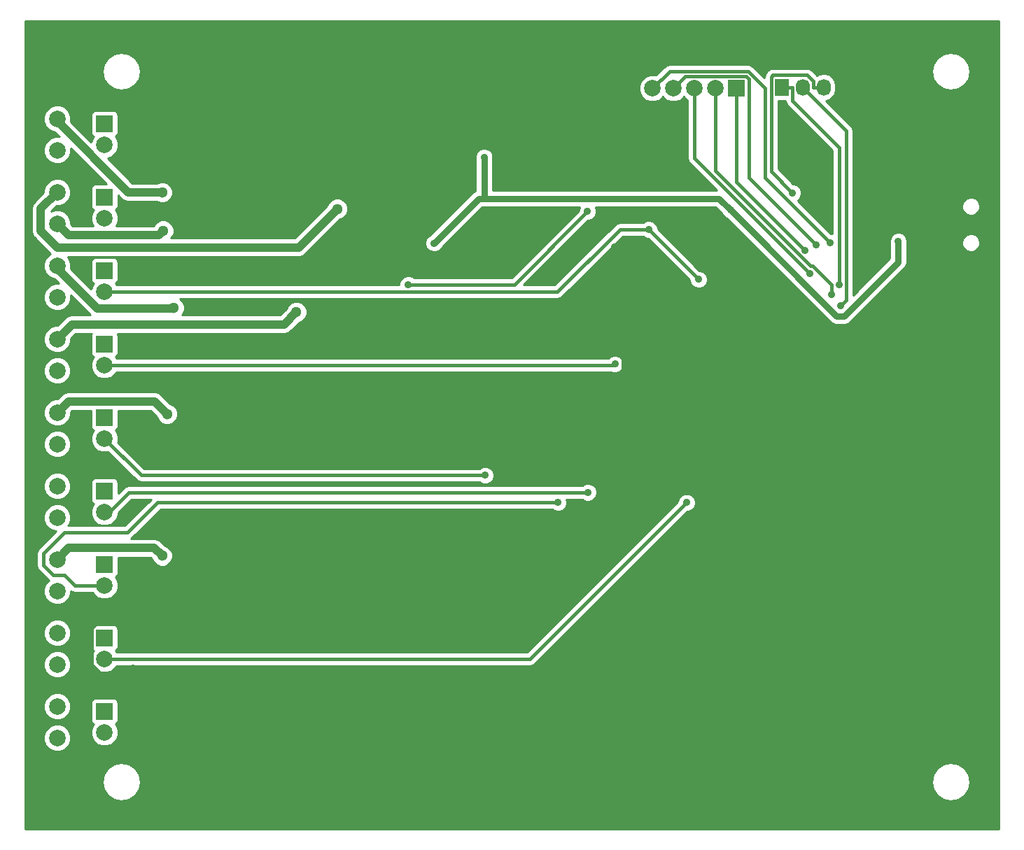
<source format=gbr>
G04 #@! TF.FileFunction,Copper,L2,Bot,Signal*
%FSLAX46Y46*%
G04 Gerber Fmt 4.6, Leading zero omitted, Abs format (unit mm)*
G04 Created by KiCad (PCBNEW 4.0.2-stable) date 26.4.2016 12:05:50*
%MOMM*%
G01*
G04 APERTURE LIST*
%ADD10C,0.100000*%
%ADD11R,2.000000X2.000000*%
%ADD12C,2.000000*%
%ADD13R,1.727200X2.032000*%
%ADD14O,1.727200X2.032000*%
%ADD15C,0.900000*%
%ADD16C,1.300000*%
%ADD17C,0.800000*%
%ADD18C,0.400000*%
%ADD19C,1.000000*%
%ADD20C,0.254000*%
G04 APERTURE END LIST*
D10*
D11*
X136144000Y-64262000D03*
D12*
X131064000Y-64262000D03*
X128524000Y-64262000D03*
X125984000Y-64262000D03*
X53975000Y-76835000D03*
X53975000Y-80645000D03*
X53975000Y-85725000D03*
X53975000Y-89535000D03*
X53975000Y-94615000D03*
X53975000Y-98425000D03*
X53975000Y-103505000D03*
X53975000Y-107315000D03*
X133604000Y-64262000D03*
X53975000Y-121285000D03*
X53975000Y-125095000D03*
X53975000Y-130175000D03*
X53975000Y-133985000D03*
X53975000Y-139065000D03*
X53975000Y-142875000D03*
D13*
X141605000Y-64135000D03*
D14*
X144145000Y-64135000D03*
X146685000Y-64135000D03*
D12*
X53975000Y-67945000D03*
X53975000Y-71755000D03*
X53975000Y-112395000D03*
X53975000Y-116205000D03*
D11*
X59690000Y-68580000D03*
D12*
X59690000Y-71120000D03*
D11*
X59690000Y-77470000D03*
D12*
X59690000Y-80010000D03*
D11*
X59690000Y-86360000D03*
D12*
X59690000Y-88900000D03*
D11*
X59690000Y-95250000D03*
D12*
X59690000Y-97790000D03*
D11*
X59690000Y-104140000D03*
D12*
X59690000Y-106680000D03*
D11*
X59690000Y-113030000D03*
D12*
X59690000Y-115570000D03*
D11*
X59690000Y-121920000D03*
D12*
X59690000Y-124460000D03*
D11*
X59690000Y-130810000D03*
D12*
X59690000Y-133350000D03*
D11*
X59690000Y-139700000D03*
D12*
X59690000Y-142240000D03*
D15*
X114500000Y-91000000D03*
X139500000Y-94000000D03*
X87000000Y-107000000D03*
X70000000Y-108000000D03*
X123000000Y-71000000D03*
X118000000Y-66000000D03*
X113000000Y-71000000D03*
X73500000Y-63500000D03*
X89500000Y-63500000D03*
X105500000Y-63500000D03*
X158000000Y-89000000D03*
X158000000Y-115000000D03*
X158000000Y-136000000D03*
X150500000Y-144000000D03*
X133500000Y-144000000D03*
X142000000Y-135000000D03*
X70000000Y-124000000D03*
X72000000Y-131000000D03*
X99000000Y-120000000D03*
X146000000Y-97000000D03*
X132000000Y-91000000D03*
X126000000Y-108000000D03*
X147000000Y-80000000D03*
X145000000Y-71000000D03*
X76000000Y-148000000D03*
X91000000Y-148000000D03*
X103000000Y-148000000D03*
X115000000Y-143000000D03*
X89000000Y-143000000D03*
X104000000Y-137000000D03*
X125000000Y-135000000D03*
X125000000Y-127000000D03*
X110000000Y-127000000D03*
X63135400Y-134432600D03*
X63135400Y-142118000D03*
X63277600Y-121860800D03*
X121558000Y-95208700D03*
X123300100Y-88066100D03*
X112357200Y-117282700D03*
X126156900Y-115826500D03*
X66806300Y-115991500D03*
X121385100Y-83483500D03*
X96432500Y-88025000D03*
X118115000Y-79174200D03*
X155717600Y-82804000D03*
X99567100Y-83007800D03*
X105610900Y-72591000D03*
X135415400Y-79013600D03*
X125518700Y-81339400D03*
X131572400Y-87393100D03*
X121433300Y-97640400D03*
X142912400Y-76919700D03*
X105724000Y-111101100D03*
X148694600Y-90620200D03*
X118158800Y-113164200D03*
X148565000Y-88067200D03*
X114559300Y-114399600D03*
X130115400Y-114399600D03*
D16*
X66806500Y-81481500D03*
X87838300Y-78866300D03*
X68087000Y-90836000D03*
X82902500Y-91335900D03*
X67275500Y-103692700D03*
X66660200Y-120839700D03*
D15*
X144405900Y-83861600D03*
X147656700Y-89262500D03*
X145046100Y-86702300D03*
X145768300Y-83200100D03*
X147432900Y-82925300D03*
D16*
X66660200Y-76866000D03*
D17*
X121558000Y-95208700D02*
X121558000Y-95058000D01*
X117500000Y-94000000D02*
X114500000Y-91000000D01*
X120500000Y-94000000D02*
X117500000Y-94000000D01*
X121558000Y-95058000D02*
X120500000Y-94000000D01*
X138000000Y-99000000D02*
X138000000Y-95500000D01*
X138000000Y-95500000D02*
X139500000Y-94000000D01*
X87000000Y-107000000D02*
X86000000Y-107000000D01*
X91000000Y-103000000D02*
X87000000Y-107000000D01*
X122583600Y-103000000D02*
X91000000Y-103000000D01*
X85000000Y-108000000D02*
X70000000Y-108000000D01*
X86000000Y-107000000D02*
X85000000Y-108000000D01*
X113000000Y-71000000D02*
X105500000Y-63500000D01*
X123000000Y-71000000D02*
X118000000Y-66000000D01*
X89500000Y-63500000D02*
X73500000Y-63500000D01*
X125000000Y-135000000D02*
X142000000Y-135000000D01*
X158000000Y-136000000D02*
X158000000Y-115000000D01*
X133500000Y-144000000D02*
X150500000Y-144000000D01*
X70000000Y-124000000D02*
X70000000Y-129000000D01*
X68369650Y-122369650D02*
X70000000Y-124000000D01*
X67369650Y-122369650D02*
X68369650Y-122369650D01*
X70000000Y-129000000D02*
X72000000Y-131000000D01*
X99000000Y-117282700D02*
X99000000Y-120000000D01*
X132000000Y-99000000D02*
X138000000Y-99000000D01*
X138000000Y-99000000D02*
X144000000Y-99000000D01*
X144000000Y-99000000D02*
X146000000Y-97000000D01*
X122583600Y-103000000D02*
X128000000Y-103000000D01*
X132000000Y-99000000D02*
X132000000Y-91000000D01*
X128000000Y-103000000D02*
X132000000Y-99000000D01*
X122583600Y-109000000D02*
X125000000Y-109000000D01*
X125000000Y-109000000D02*
X126000000Y-108000000D01*
X103000000Y-117282700D02*
X103000000Y-120000000D01*
D18*
X91000000Y-148000000D02*
X76000000Y-148000000D01*
X110000000Y-148000000D02*
X103000000Y-148000000D01*
X115000000Y-143000000D02*
X110000000Y-148000000D01*
D17*
X98000000Y-143000000D02*
X89000000Y-143000000D01*
X104000000Y-137000000D02*
X98000000Y-143000000D01*
X125000000Y-127000000D02*
X125000000Y-135000000D01*
X103000000Y-120000000D02*
X110000000Y-127000000D01*
X63277600Y-122398600D02*
X63277600Y-121860800D01*
X60749000Y-136819000D02*
X63135400Y-134432600D01*
X63135400Y-139205500D02*
X60749000Y-136819000D01*
X63135400Y-142118000D02*
X63135400Y-139205500D01*
X63277600Y-124229400D02*
X63277600Y-122398600D01*
X57989600Y-129517400D02*
X63277600Y-124229400D01*
X57989600Y-134059700D02*
X57989600Y-129517400D01*
X60749000Y-136819000D02*
X57989600Y-134059700D01*
X121127400Y-117282700D02*
X122583600Y-115826500D01*
X112357200Y-117282700D02*
X121127400Y-117282700D01*
X122583600Y-96234300D02*
X121558000Y-95208700D01*
X122583600Y-115826500D02*
X122583600Y-109000000D01*
X122583600Y-109000000D02*
X122583600Y-103000000D01*
X122583600Y-103000000D02*
X122583600Y-96234300D01*
X122583600Y-115826500D02*
X126156900Y-115826500D01*
X68219000Y-121520300D02*
X68219000Y-117336700D01*
X67340700Y-122398600D02*
X67369650Y-122369650D01*
X67369650Y-122369650D02*
X68219000Y-121520300D01*
X63277600Y-122398600D02*
X67340700Y-122398600D01*
X68273000Y-117282700D02*
X68219000Y-117336700D01*
X112357200Y-117282700D02*
X103000000Y-117282700D01*
X103000000Y-117282700D02*
X99000000Y-117282700D01*
X99000000Y-117282700D02*
X68273000Y-117282700D01*
X68151500Y-117336700D02*
X66806300Y-115991500D01*
X68219000Y-117336700D02*
X68151500Y-117336700D01*
X123300100Y-93466600D02*
X123300100Y-88066100D01*
X121558000Y-95208700D02*
X123300100Y-93466600D01*
X121385100Y-86151100D02*
X121385100Y-83483500D01*
X123300100Y-88066100D02*
X121385100Y-86151100D01*
D18*
X109264200Y-88025000D02*
X96432500Y-88025000D01*
X118115000Y-79174200D02*
X109264200Y-88025000D01*
D17*
X105610900Y-77618600D02*
X105610900Y-72591000D01*
X104956300Y-77618600D02*
X99567100Y-83007800D01*
X105610900Y-77618600D02*
X104956300Y-77618600D01*
X148210600Y-91808800D02*
X135415400Y-79013600D01*
X149197600Y-91808800D02*
X148210600Y-91808800D01*
X155717600Y-85288800D02*
X149197600Y-91808800D01*
X155717600Y-82804000D02*
X155717600Y-85288800D01*
X134020400Y-77618600D02*
X105610900Y-77618600D01*
X135415400Y-79013600D02*
X134020400Y-77618600D01*
D18*
X122036700Y-81339400D02*
X125518700Y-81339400D01*
X114476100Y-88900000D02*
X122036700Y-81339400D01*
X59690000Y-88900000D02*
X114476100Y-88900000D01*
X131572400Y-87393100D02*
X125518700Y-81339400D01*
X121283700Y-97790000D02*
X121433300Y-97640400D01*
X59690000Y-97790000D02*
X121283700Y-97790000D01*
X146685000Y-64135000D02*
X145421100Y-64135000D01*
X145421100Y-63424100D02*
X145421100Y-64135000D01*
X144674100Y-62677100D02*
X145421100Y-63424100D01*
X140559100Y-62677100D02*
X144674100Y-62677100D01*
X140341000Y-62895200D02*
X140559100Y-62677100D01*
X140341000Y-74348300D02*
X140341000Y-62895200D01*
X142912400Y-76919700D02*
X140341000Y-74348300D01*
X64111100Y-111101100D02*
X105724000Y-111101100D01*
X59690000Y-106680000D02*
X64111100Y-111101100D01*
X149415400Y-89899400D02*
X148694600Y-90620200D01*
X149415400Y-69405400D02*
X149415400Y-89899400D01*
X144145000Y-64135000D02*
X149415400Y-69405400D01*
X60241600Y-115570000D02*
X59690000Y-115570000D01*
X62647400Y-113164200D02*
X60241600Y-115570000D01*
X118158800Y-113164200D02*
X62647400Y-113164200D01*
X141605000Y-64135000D02*
X142868900Y-64135000D01*
X148565000Y-71446600D02*
X148565000Y-88067200D01*
X142868900Y-65750500D02*
X148565000Y-71446600D01*
X142868900Y-64135000D02*
X142868900Y-65750500D01*
X66140300Y-114399600D02*
X114559300Y-114399600D01*
X62499400Y-118040500D02*
X66140300Y-114399600D01*
X54813900Y-118040500D02*
X62499400Y-118040500D01*
X52267200Y-120587200D02*
X54813900Y-118040500D01*
X52267200Y-121983300D02*
X52267200Y-120587200D01*
X53473900Y-123190000D02*
X52267200Y-121983300D01*
X54870200Y-123190000D02*
X53473900Y-123190000D01*
X56140200Y-124460000D02*
X54870200Y-123190000D01*
X59690000Y-124460000D02*
X56140200Y-124460000D01*
X111165000Y-133350000D02*
X130115400Y-114399600D01*
X59690000Y-133350000D02*
X111165000Y-133350000D01*
D19*
X66257500Y-82030500D02*
X66806500Y-81481500D01*
X55360500Y-82030500D02*
X66257500Y-82030500D01*
X53975000Y-80645000D02*
X55360500Y-82030500D01*
X83173700Y-83530900D02*
X87838300Y-78866300D01*
X54015900Y-83530900D02*
X83173700Y-83530900D01*
X51966800Y-81481800D02*
X54015900Y-83530900D01*
X51966800Y-78843200D02*
X51966800Y-81481800D01*
X53975000Y-76835000D02*
X51966800Y-78843200D01*
X68016900Y-90906100D02*
X68087000Y-90836000D01*
X58801300Y-90906100D02*
X68016900Y-90906100D01*
X53975000Y-86079800D02*
X58801300Y-90906100D01*
X53975000Y-85725000D02*
X53975000Y-86079800D01*
X81402200Y-92836200D02*
X82902500Y-91335900D01*
X55753800Y-92836200D02*
X81402200Y-92836200D01*
X53975000Y-94615000D02*
X55753800Y-92836200D01*
X65722400Y-102139600D02*
X67275500Y-103692700D01*
X55340400Y-102139600D02*
X65722400Y-102139600D01*
X53975000Y-103505000D02*
X55340400Y-102139600D01*
X65707000Y-119886500D02*
X66660200Y-120839700D01*
X55373500Y-119886500D02*
X65707000Y-119886500D01*
X53975000Y-121285000D02*
X55373500Y-119886500D01*
D18*
X136144000Y-75599700D02*
X144405900Y-83861600D01*
X136144000Y-64262000D02*
X136144000Y-75599700D01*
X133604000Y-74274700D02*
X133604000Y-64262000D01*
X145078700Y-85749400D02*
X133604000Y-74274700D01*
X145366200Y-85749400D02*
X145078700Y-85749400D01*
X147656700Y-88039900D02*
X145366200Y-85749400D01*
X147656700Y-89262500D02*
X147656700Y-88039900D01*
X131064000Y-72720200D02*
X131064000Y-64262000D01*
X145046100Y-86702300D02*
X131064000Y-72720200D01*
X137645900Y-75077700D02*
X145768300Y-83200100D01*
X137645900Y-63163500D02*
X137645900Y-75077700D01*
X137294400Y-62812000D02*
X137645900Y-63163500D01*
X129974000Y-62812000D02*
X137294400Y-62812000D01*
X128524000Y-64262000D02*
X129974000Y-62812000D01*
X128034400Y-62211600D02*
X125984000Y-64262000D01*
X137543100Y-62211600D02*
X128034400Y-62211600D01*
X139597500Y-64266000D02*
X137543100Y-62211600D01*
X139597500Y-75089900D02*
X139597500Y-64266000D01*
X147432900Y-82925300D02*
X139597500Y-75089900D01*
D19*
X62581300Y-76866000D02*
X66660200Y-76866000D01*
X53975000Y-68259700D02*
X62581300Y-76866000D01*
X53975000Y-67945000D02*
X53975000Y-68259700D01*
D20*
G36*
X167873000Y-153873000D02*
X50127000Y-153873000D01*
X50127000Y-148201000D01*
X59412000Y-148201000D01*
X59587838Y-149084999D01*
X60088583Y-149834417D01*
X60838001Y-150335162D01*
X61722000Y-150511000D01*
X62605999Y-150335162D01*
X63355417Y-149834417D01*
X63856162Y-149084999D01*
X64032000Y-148201000D01*
X159742000Y-148201000D01*
X159917838Y-149084999D01*
X160418583Y-149834417D01*
X161168001Y-150335162D01*
X162052000Y-150511000D01*
X162935999Y-150335162D01*
X163685417Y-149834417D01*
X164186162Y-149084999D01*
X164362000Y-148201000D01*
X164186162Y-147317001D01*
X163685417Y-146567583D01*
X162935999Y-146066838D01*
X162052000Y-145891000D01*
X161168001Y-146066838D01*
X160418583Y-146567583D01*
X159917838Y-147317001D01*
X159742000Y-148201000D01*
X64032000Y-148201000D01*
X63856162Y-147317001D01*
X63355417Y-146567583D01*
X62605999Y-146066838D01*
X61722000Y-145891000D01*
X60838001Y-146066838D01*
X60088583Y-146567583D01*
X59587838Y-147317001D01*
X59412000Y-148201000D01*
X50127000Y-148201000D01*
X50127000Y-143198795D01*
X52339716Y-143198795D01*
X52588106Y-143799943D01*
X53047637Y-144260278D01*
X53648352Y-144509716D01*
X54298795Y-144510284D01*
X54899943Y-144261894D01*
X55360278Y-143802363D01*
X55609716Y-143201648D01*
X55610284Y-142551205D01*
X55361894Y-141950057D01*
X54902363Y-141489722D01*
X54301648Y-141240284D01*
X53651205Y-141239716D01*
X53050057Y-141488106D01*
X52589722Y-141947637D01*
X52340284Y-142548352D01*
X52339716Y-143198795D01*
X50127000Y-143198795D01*
X50127000Y-139388795D01*
X52339716Y-139388795D01*
X52588106Y-139989943D01*
X53047637Y-140450278D01*
X53648352Y-140699716D01*
X54298795Y-140700284D01*
X54899943Y-140451894D01*
X55360278Y-139992363D01*
X55609716Y-139391648D01*
X55610284Y-138741205D01*
X55593259Y-138700000D01*
X58042560Y-138700000D01*
X58042560Y-140700000D01*
X58086838Y-140935317D01*
X58225910Y-141151441D01*
X58368561Y-141248910D01*
X58304722Y-141312637D01*
X58055284Y-141913352D01*
X58054716Y-142563795D01*
X58303106Y-143164943D01*
X58762637Y-143625278D01*
X59363352Y-143874716D01*
X60013795Y-143875284D01*
X60614943Y-143626894D01*
X61075278Y-143167363D01*
X61324716Y-142566648D01*
X61325284Y-141916205D01*
X61076894Y-141315057D01*
X61010379Y-141248426D01*
X61141441Y-141164090D01*
X61286431Y-140951890D01*
X61337440Y-140700000D01*
X61337440Y-138700000D01*
X61293162Y-138464683D01*
X61154090Y-138248559D01*
X60941890Y-138103569D01*
X60690000Y-138052560D01*
X58690000Y-138052560D01*
X58454683Y-138096838D01*
X58238559Y-138235910D01*
X58093569Y-138448110D01*
X58042560Y-138700000D01*
X55593259Y-138700000D01*
X55361894Y-138140057D01*
X54902363Y-137679722D01*
X54301648Y-137430284D01*
X53651205Y-137429716D01*
X53050057Y-137678106D01*
X52589722Y-138137637D01*
X52340284Y-138738352D01*
X52339716Y-139388795D01*
X50127000Y-139388795D01*
X50127000Y-134308795D01*
X52339716Y-134308795D01*
X52588106Y-134909943D01*
X53047637Y-135370278D01*
X53648352Y-135619716D01*
X54298795Y-135620284D01*
X54899943Y-135371894D01*
X55360278Y-134912363D01*
X55609716Y-134311648D01*
X55610284Y-133661205D01*
X55361894Y-133060057D01*
X54902363Y-132599722D01*
X54301648Y-132350284D01*
X53651205Y-132349716D01*
X53050057Y-132598106D01*
X52589722Y-133057637D01*
X52340284Y-133658352D01*
X52339716Y-134308795D01*
X50127000Y-134308795D01*
X50127000Y-130498795D01*
X52339716Y-130498795D01*
X52588106Y-131099943D01*
X53047637Y-131560278D01*
X53648352Y-131809716D01*
X54298795Y-131810284D01*
X54899943Y-131561894D01*
X55360278Y-131102363D01*
X55609716Y-130501648D01*
X55610284Y-129851205D01*
X55593259Y-129810000D01*
X58042560Y-129810000D01*
X58042560Y-131810000D01*
X58086838Y-132045317D01*
X58225910Y-132261441D01*
X58368561Y-132358910D01*
X58304722Y-132422637D01*
X58055284Y-133023352D01*
X58054716Y-133673795D01*
X58303106Y-134274943D01*
X58762637Y-134735278D01*
X59363352Y-134984716D01*
X60013795Y-134985284D01*
X60614943Y-134736894D01*
X61075278Y-134277363D01*
X61113630Y-134185000D01*
X111165000Y-134185000D01*
X111484541Y-134121439D01*
X111755434Y-133940434D01*
X130211184Y-115484684D01*
X130330273Y-115484788D01*
X130729200Y-115319954D01*
X131034682Y-115015005D01*
X131200211Y-114616367D01*
X131200588Y-114184727D01*
X131035754Y-113785800D01*
X130730805Y-113480318D01*
X130332167Y-113314789D01*
X129900527Y-113314412D01*
X129501600Y-113479246D01*
X129196118Y-113784195D01*
X129030589Y-114182833D01*
X129030483Y-114303649D01*
X110819132Y-132515000D01*
X61114058Y-132515000D01*
X61076894Y-132425057D01*
X61010379Y-132358426D01*
X61141441Y-132274090D01*
X61286431Y-132061890D01*
X61337440Y-131810000D01*
X61337440Y-129810000D01*
X61293162Y-129574683D01*
X61154090Y-129358559D01*
X60941890Y-129213569D01*
X60690000Y-129162560D01*
X58690000Y-129162560D01*
X58454683Y-129206838D01*
X58238559Y-129345910D01*
X58093569Y-129558110D01*
X58042560Y-129810000D01*
X55593259Y-129810000D01*
X55361894Y-129250057D01*
X54902363Y-128789722D01*
X54301648Y-128540284D01*
X53651205Y-128539716D01*
X53050057Y-128788106D01*
X52589722Y-129247637D01*
X52340284Y-129848352D01*
X52339716Y-130498795D01*
X50127000Y-130498795D01*
X50127000Y-120587200D01*
X51432200Y-120587200D01*
X51432200Y-121983300D01*
X51495761Y-122302841D01*
X51676766Y-122573734D01*
X52883466Y-123780435D01*
X52939857Y-123818114D01*
X52589722Y-124167637D01*
X52340284Y-124768352D01*
X52339716Y-125418795D01*
X52588106Y-126019943D01*
X53047637Y-126480278D01*
X53648352Y-126729716D01*
X54298795Y-126730284D01*
X54899943Y-126481894D01*
X55360278Y-126022363D01*
X55609716Y-125421648D01*
X55610005Y-125090684D01*
X55820659Y-125231439D01*
X56140200Y-125295000D01*
X58265942Y-125295000D01*
X58303106Y-125384943D01*
X58762637Y-125845278D01*
X59363352Y-126094716D01*
X60013795Y-126095284D01*
X60614943Y-125846894D01*
X61075278Y-125387363D01*
X61324716Y-124786648D01*
X61325284Y-124136205D01*
X61076894Y-123535057D01*
X61010379Y-123468426D01*
X61141441Y-123384090D01*
X61286431Y-123171890D01*
X61337440Y-122920000D01*
X61337440Y-121021500D01*
X65236868Y-121021500D01*
X65421047Y-121205679D01*
X65570195Y-121566643D01*
X65931355Y-121928435D01*
X66403476Y-122124477D01*
X66914681Y-122124923D01*
X67387143Y-121929705D01*
X67748935Y-121568545D01*
X67944977Y-121096424D01*
X67945423Y-120585219D01*
X67750205Y-120112757D01*
X67389045Y-119750965D01*
X67025739Y-119600107D01*
X66509566Y-119083934D01*
X66141346Y-118837897D01*
X65707000Y-118751500D01*
X62909394Y-118751500D01*
X63089834Y-118630934D01*
X66486168Y-115234600D01*
X113859760Y-115234600D01*
X113943895Y-115318882D01*
X114342533Y-115484411D01*
X114774173Y-115484788D01*
X115173100Y-115319954D01*
X115478582Y-115015005D01*
X115644111Y-114616367D01*
X115644488Y-114184727D01*
X115567829Y-113999200D01*
X117459260Y-113999200D01*
X117543395Y-114083482D01*
X117942033Y-114249011D01*
X118373673Y-114249388D01*
X118772600Y-114084554D01*
X119078082Y-113779605D01*
X119243611Y-113380967D01*
X119243988Y-112949327D01*
X119079154Y-112550400D01*
X118774205Y-112244918D01*
X118375567Y-112079389D01*
X117943927Y-112079012D01*
X117545000Y-112243846D01*
X117459497Y-112329200D01*
X62647400Y-112329200D01*
X62327859Y-112392761D01*
X62094338Y-112548795D01*
X62056966Y-112573766D01*
X61337440Y-113293292D01*
X61337440Y-112030000D01*
X61293162Y-111794683D01*
X61154090Y-111578559D01*
X60941890Y-111433569D01*
X60690000Y-111382560D01*
X58690000Y-111382560D01*
X58454683Y-111426838D01*
X58238559Y-111565910D01*
X58093569Y-111778110D01*
X58042560Y-112030000D01*
X58042560Y-114030000D01*
X58086838Y-114265317D01*
X58225910Y-114481441D01*
X58368561Y-114578910D01*
X58304722Y-114642637D01*
X58055284Y-115243352D01*
X58054716Y-115893795D01*
X58303106Y-116494943D01*
X58762637Y-116955278D01*
X59363352Y-117204716D01*
X60013795Y-117205284D01*
X60614943Y-116956894D01*
X61075278Y-116497363D01*
X61324716Y-115896648D01*
X61324916Y-115667552D01*
X62993268Y-113999200D01*
X65359832Y-113999200D01*
X62153532Y-117205500D01*
X55287013Y-117205500D01*
X55360278Y-117132363D01*
X55609716Y-116531648D01*
X55610284Y-115881205D01*
X55361894Y-115280057D01*
X54902363Y-114819722D01*
X54301648Y-114570284D01*
X53651205Y-114569716D01*
X53050057Y-114818106D01*
X52589722Y-115277637D01*
X52340284Y-115878352D01*
X52339716Y-116528795D01*
X52588106Y-117129943D01*
X53047637Y-117590278D01*
X53648352Y-117839716D01*
X53833654Y-117839878D01*
X51676766Y-119996766D01*
X51495761Y-120267659D01*
X51432200Y-120587200D01*
X50127000Y-120587200D01*
X50127000Y-112718795D01*
X52339716Y-112718795D01*
X52588106Y-113319943D01*
X53047637Y-113780278D01*
X53648352Y-114029716D01*
X54298795Y-114030284D01*
X54899943Y-113781894D01*
X55360278Y-113322363D01*
X55609716Y-112721648D01*
X55610284Y-112071205D01*
X55361894Y-111470057D01*
X54902363Y-111009722D01*
X54301648Y-110760284D01*
X53651205Y-110759716D01*
X53050057Y-111008106D01*
X52589722Y-111467637D01*
X52340284Y-112068352D01*
X52339716Y-112718795D01*
X50127000Y-112718795D01*
X50127000Y-107638795D01*
X52339716Y-107638795D01*
X52588106Y-108239943D01*
X53047637Y-108700278D01*
X53648352Y-108949716D01*
X54298795Y-108950284D01*
X54899943Y-108701894D01*
X55360278Y-108242363D01*
X55609716Y-107641648D01*
X55610284Y-106991205D01*
X55361894Y-106390057D01*
X54902363Y-105929722D01*
X54301648Y-105680284D01*
X53651205Y-105679716D01*
X53050057Y-105928106D01*
X52589722Y-106387637D01*
X52340284Y-106988352D01*
X52339716Y-107638795D01*
X50127000Y-107638795D01*
X50127000Y-103828795D01*
X52339716Y-103828795D01*
X52588106Y-104429943D01*
X53047637Y-104890278D01*
X53648352Y-105139716D01*
X54298795Y-105140284D01*
X54899943Y-104891894D01*
X55360278Y-104432363D01*
X55609716Y-103831648D01*
X55610027Y-103475105D01*
X55810532Y-103274600D01*
X58042560Y-103274600D01*
X58042560Y-105140000D01*
X58086838Y-105375317D01*
X58225910Y-105591441D01*
X58368561Y-105688910D01*
X58304722Y-105752637D01*
X58055284Y-106353352D01*
X58054716Y-107003795D01*
X58303106Y-107604943D01*
X58762637Y-108065278D01*
X59363352Y-108314716D01*
X60013795Y-108315284D01*
X60106225Y-108277093D01*
X63520666Y-111691534D01*
X63791560Y-111872540D01*
X64111100Y-111936100D01*
X105024460Y-111936100D01*
X105108595Y-112020382D01*
X105507233Y-112185911D01*
X105938873Y-112186288D01*
X106337800Y-112021454D01*
X106643282Y-111716505D01*
X106808811Y-111317867D01*
X106809188Y-110886227D01*
X106644354Y-110487300D01*
X106339405Y-110181818D01*
X105940767Y-110016289D01*
X105509127Y-110015912D01*
X105110200Y-110180746D01*
X105024697Y-110266100D01*
X64456968Y-110266100D01*
X61287395Y-107096527D01*
X61324716Y-107006648D01*
X61325284Y-106356205D01*
X61076894Y-105755057D01*
X61010379Y-105688426D01*
X61141441Y-105604090D01*
X61286431Y-105391890D01*
X61337440Y-105140000D01*
X61337440Y-103274600D01*
X65252268Y-103274600D01*
X66036347Y-104058679D01*
X66185495Y-104419643D01*
X66546655Y-104781435D01*
X67018776Y-104977477D01*
X67529981Y-104977923D01*
X68002443Y-104782705D01*
X68364235Y-104421545D01*
X68560277Y-103949424D01*
X68560723Y-103438219D01*
X68365505Y-102965757D01*
X68004345Y-102603965D01*
X67641039Y-102453107D01*
X66524966Y-101337034D01*
X66156746Y-101090997D01*
X65722400Y-101004600D01*
X55340400Y-101004600D01*
X54906054Y-101090997D01*
X54537834Y-101337034D01*
X54004843Y-101870025D01*
X53651205Y-101869716D01*
X53050057Y-102118106D01*
X52589722Y-102577637D01*
X52340284Y-103178352D01*
X52339716Y-103828795D01*
X50127000Y-103828795D01*
X50127000Y-98748795D01*
X52339716Y-98748795D01*
X52588106Y-99349943D01*
X53047637Y-99810278D01*
X53648352Y-100059716D01*
X54298795Y-100060284D01*
X54899943Y-99811894D01*
X55360278Y-99352363D01*
X55609716Y-98751648D01*
X55610284Y-98101205D01*
X55361894Y-97500057D01*
X54902363Y-97039722D01*
X54301648Y-96790284D01*
X53651205Y-96789716D01*
X53050057Y-97038106D01*
X52589722Y-97497637D01*
X52340284Y-98098352D01*
X52339716Y-98748795D01*
X50127000Y-98748795D01*
X50127000Y-78843200D01*
X50831800Y-78843200D01*
X50831800Y-81481800D01*
X50918197Y-81916146D01*
X51147789Y-82259754D01*
X51164234Y-82284366D01*
X53168878Y-84289010D01*
X53050057Y-84338106D01*
X52589722Y-84797637D01*
X52340284Y-85398352D01*
X52339716Y-86048795D01*
X52588106Y-86649943D01*
X53047637Y-87110278D01*
X53648352Y-87359716D01*
X53649785Y-87359717D01*
X54190255Y-87900187D01*
X53651205Y-87899716D01*
X53050057Y-88148106D01*
X52589722Y-88607637D01*
X52340284Y-89208352D01*
X52339716Y-89858795D01*
X52588106Y-90459943D01*
X53047637Y-90920278D01*
X53648352Y-91169716D01*
X54298795Y-91170284D01*
X54899943Y-90921894D01*
X55360278Y-90462363D01*
X55609716Y-89861648D01*
X55610189Y-89320121D01*
X57991268Y-91701200D01*
X55753800Y-91701200D01*
X55319454Y-91787597D01*
X54951234Y-92033634D01*
X54004843Y-92980025D01*
X53651205Y-92979716D01*
X53050057Y-93228106D01*
X52589722Y-93687637D01*
X52340284Y-94288352D01*
X52339716Y-94938795D01*
X52588106Y-95539943D01*
X53047637Y-96000278D01*
X53648352Y-96249716D01*
X54298795Y-96250284D01*
X54899943Y-96001894D01*
X55360278Y-95542363D01*
X55609716Y-94941648D01*
X55610027Y-94585105D01*
X56223932Y-93971200D01*
X58111956Y-93971200D01*
X58093569Y-93998110D01*
X58042560Y-94250000D01*
X58042560Y-96250000D01*
X58086838Y-96485317D01*
X58225910Y-96701441D01*
X58368561Y-96798910D01*
X58304722Y-96862637D01*
X58055284Y-97463352D01*
X58054716Y-98113795D01*
X58303106Y-98714943D01*
X58762637Y-99175278D01*
X59363352Y-99424716D01*
X60013795Y-99425284D01*
X60614943Y-99176894D01*
X61075278Y-98717363D01*
X61113630Y-98625000D01*
X120975198Y-98625000D01*
X121216533Y-98725211D01*
X121648173Y-98725588D01*
X122047100Y-98560754D01*
X122352582Y-98255805D01*
X122518111Y-97857167D01*
X122518488Y-97425527D01*
X122353654Y-97026600D01*
X122048705Y-96721118D01*
X121650067Y-96555589D01*
X121218427Y-96555212D01*
X120819500Y-96720046D01*
X120584135Y-96955000D01*
X61114058Y-96955000D01*
X61076894Y-96865057D01*
X61010379Y-96798426D01*
X61141441Y-96714090D01*
X61286431Y-96501890D01*
X61337440Y-96250000D01*
X61337440Y-94250000D01*
X61293162Y-94014683D01*
X61265181Y-93971200D01*
X81402200Y-93971200D01*
X81836546Y-93884803D01*
X82204766Y-93638766D01*
X83268479Y-92575053D01*
X83629443Y-92425905D01*
X83991235Y-92064745D01*
X84187277Y-91592624D01*
X84187723Y-91081419D01*
X83992505Y-90608957D01*
X83631345Y-90247165D01*
X83159224Y-90051123D01*
X82648019Y-90050677D01*
X82175557Y-90245895D01*
X81813765Y-90607055D01*
X81662907Y-90970361D01*
X80932068Y-91701200D01*
X69039141Y-91701200D01*
X69175735Y-91564845D01*
X69371777Y-91092724D01*
X69372223Y-90581519D01*
X69177005Y-90109057D01*
X68815845Y-89747265D01*
X68786308Y-89735000D01*
X114476100Y-89735000D01*
X114795641Y-89671439D01*
X115066534Y-89490434D01*
X122382568Y-82174400D01*
X124819160Y-82174400D01*
X124903295Y-82258682D01*
X125301933Y-82424211D01*
X125422749Y-82424317D01*
X130487316Y-87488884D01*
X130487212Y-87607973D01*
X130652046Y-88006900D01*
X130956995Y-88312382D01*
X131355633Y-88477911D01*
X131787273Y-88478288D01*
X132186200Y-88313454D01*
X132491682Y-88008505D01*
X132657211Y-87609867D01*
X132657588Y-87178227D01*
X132492754Y-86779300D01*
X132187805Y-86473818D01*
X131789167Y-86308289D01*
X131668351Y-86308183D01*
X126603784Y-81243616D01*
X126603888Y-81124527D01*
X126439054Y-80725600D01*
X126134105Y-80420118D01*
X125735467Y-80254589D01*
X125303827Y-80254212D01*
X124904900Y-80419046D01*
X124819397Y-80504400D01*
X122036700Y-80504400D01*
X121717159Y-80567961D01*
X121483638Y-80723995D01*
X121446266Y-80748966D01*
X114130232Y-88065000D01*
X110405068Y-88065000D01*
X118210784Y-80259284D01*
X118329873Y-80259388D01*
X118728800Y-80094554D01*
X119034282Y-79789605D01*
X119199811Y-79390967D01*
X119200188Y-78959327D01*
X119073864Y-78653600D01*
X133591688Y-78653600D01*
X134445444Y-79507356D01*
X134495046Y-79627400D01*
X134799995Y-79932882D01*
X134921369Y-79983281D01*
X147478742Y-92540653D01*
X147478744Y-92540656D01*
X147680029Y-92675149D01*
X147814522Y-92765015D01*
X148210600Y-92843800D01*
X149197595Y-92843800D01*
X149197600Y-92843801D01*
X149593677Y-92765015D01*
X149929456Y-92540656D01*
X156449453Y-86020658D01*
X156449456Y-86020656D01*
X156608956Y-85781946D01*
X156673815Y-85684878D01*
X156752600Y-85288800D01*
X156752600Y-83186430D01*
X163418332Y-83186430D01*
X163583102Y-83585203D01*
X163887933Y-83890566D01*
X164286417Y-84056031D01*
X164717890Y-84056408D01*
X165116663Y-83891638D01*
X165422026Y-83586807D01*
X165587491Y-83188323D01*
X165587868Y-82756850D01*
X165423098Y-82358077D01*
X165118267Y-82052714D01*
X164719783Y-81887249D01*
X164288310Y-81886872D01*
X163889537Y-82051642D01*
X163584174Y-82356473D01*
X163418709Y-82754957D01*
X163418332Y-83186430D01*
X156752600Y-83186430D01*
X156752600Y-83140725D01*
X156802411Y-83020767D01*
X156802788Y-82589127D01*
X156637954Y-82190200D01*
X156333005Y-81884718D01*
X155934367Y-81719189D01*
X155502727Y-81718812D01*
X155103800Y-81883646D01*
X154798318Y-82188595D01*
X154632789Y-82587233D01*
X154632412Y-83018873D01*
X154682600Y-83140337D01*
X154682600Y-84860089D01*
X150250400Y-89292288D01*
X150250400Y-78787150D01*
X163418332Y-78787150D01*
X163583102Y-79185923D01*
X163887933Y-79491286D01*
X164286417Y-79656751D01*
X164717890Y-79657128D01*
X165116663Y-79492358D01*
X165422026Y-79187527D01*
X165587491Y-78789043D01*
X165587868Y-78357570D01*
X165423098Y-77958797D01*
X165118267Y-77653434D01*
X164719783Y-77487969D01*
X164288310Y-77487592D01*
X163889537Y-77652362D01*
X163584174Y-77957193D01*
X163418709Y-78355677D01*
X163418332Y-78787150D01*
X150250400Y-78787150D01*
X150250400Y-69405400D01*
X150186839Y-69085859D01*
X150005834Y-68814966D01*
X146955423Y-65764555D01*
X147258489Y-65704271D01*
X147744670Y-65379415D01*
X148069526Y-64893234D01*
X148183600Y-64319745D01*
X148183600Y-63950255D01*
X148069526Y-63376766D01*
X147744670Y-62890585D01*
X147258489Y-62565729D01*
X146685000Y-62451655D01*
X146111511Y-62565729D01*
X145890963Y-62713095D01*
X145403868Y-62226000D01*
X159742000Y-62226000D01*
X159917838Y-63109999D01*
X160418583Y-63859417D01*
X161168001Y-64360162D01*
X162052000Y-64536000D01*
X162935999Y-64360162D01*
X163685417Y-63859417D01*
X164186162Y-63109999D01*
X164362000Y-62226000D01*
X164186162Y-61342001D01*
X163685417Y-60592583D01*
X162935999Y-60091838D01*
X162052000Y-59916000D01*
X161168001Y-60091838D01*
X160418583Y-60592583D01*
X159917838Y-61342001D01*
X159742000Y-62226000D01*
X145403868Y-62226000D01*
X145264534Y-62086666D01*
X145195533Y-62040561D01*
X144993641Y-61905661D01*
X144674100Y-61842100D01*
X140559100Y-61842100D01*
X140239559Y-61905661D01*
X140037667Y-62040561D01*
X139968666Y-62086666D01*
X139750566Y-62304766D01*
X139569561Y-62575659D01*
X139506000Y-62895200D01*
X139506000Y-62993632D01*
X138133534Y-61621166D01*
X138096881Y-61596675D01*
X137862641Y-61440161D01*
X137543100Y-61376600D01*
X128034400Y-61376600D01*
X127714859Y-61440161D01*
X127579412Y-61530664D01*
X127443965Y-61621166D01*
X126400527Y-62664605D01*
X126310648Y-62627284D01*
X125660205Y-62626716D01*
X125059057Y-62875106D01*
X124598722Y-63334637D01*
X124349284Y-63935352D01*
X124348716Y-64585795D01*
X124597106Y-65186943D01*
X125056637Y-65647278D01*
X125657352Y-65896716D01*
X126307795Y-65897284D01*
X126908943Y-65648894D01*
X127254199Y-65304241D01*
X127596637Y-65647278D01*
X128197352Y-65896716D01*
X128847795Y-65897284D01*
X129448943Y-65648894D01*
X129794199Y-65304241D01*
X130136637Y-65647278D01*
X130229000Y-65685630D01*
X130229000Y-72720200D01*
X130292561Y-73039741D01*
X130473566Y-73310634D01*
X133746532Y-76583600D01*
X106645900Y-76583600D01*
X106645900Y-72927725D01*
X106695711Y-72807767D01*
X106696088Y-72376127D01*
X106531254Y-71977200D01*
X106226305Y-71671718D01*
X105827667Y-71506189D01*
X105396027Y-71505812D01*
X104997100Y-71670646D01*
X104691618Y-71975595D01*
X104526089Y-72374233D01*
X104525712Y-72805873D01*
X104575900Y-72927337D01*
X104575900Y-76659267D01*
X104560223Y-76662385D01*
X104224444Y-76886744D01*
X104224442Y-76886747D01*
X99073343Y-82037845D01*
X98953300Y-82087446D01*
X98647818Y-82392395D01*
X98482289Y-82791033D01*
X98481912Y-83222673D01*
X98646746Y-83621600D01*
X98951695Y-83927082D01*
X99350333Y-84092611D01*
X99781973Y-84092988D01*
X100180900Y-83928154D01*
X100486382Y-83623205D01*
X100536781Y-83501831D01*
X105385011Y-78653600D01*
X117156352Y-78653600D01*
X117030189Y-78957433D01*
X117030083Y-79078249D01*
X108918332Y-87190000D01*
X97132040Y-87190000D01*
X97047905Y-87105718D01*
X96649267Y-86940189D01*
X96217627Y-86939812D01*
X95818700Y-87104646D01*
X95513218Y-87409595D01*
X95347689Y-87808233D01*
X95347465Y-88065000D01*
X61114058Y-88065000D01*
X61076894Y-87975057D01*
X61010379Y-87908426D01*
X61141441Y-87824090D01*
X61286431Y-87611890D01*
X61337440Y-87360000D01*
X61337440Y-85360000D01*
X61293162Y-85124683D01*
X61154090Y-84908559D01*
X60941890Y-84763569D01*
X60690000Y-84712560D01*
X58690000Y-84712560D01*
X58454683Y-84756838D01*
X58238559Y-84895910D01*
X58093569Y-85108110D01*
X58042560Y-85360000D01*
X58042560Y-87360000D01*
X58086838Y-87595317D01*
X58225910Y-87811441D01*
X58368561Y-87908910D01*
X58304722Y-87972637D01*
X58060683Y-88560351D01*
X55592776Y-86092444D01*
X55609716Y-86051648D01*
X55610284Y-85401205D01*
X55361894Y-84800057D01*
X55227971Y-84665900D01*
X83173700Y-84665900D01*
X83608046Y-84579503D01*
X83976266Y-84333466D01*
X88204279Y-80105453D01*
X88565243Y-79956305D01*
X88927035Y-79595145D01*
X89123077Y-79123024D01*
X89123523Y-78611819D01*
X88928305Y-78139357D01*
X88567145Y-77777565D01*
X88095024Y-77581523D01*
X87583819Y-77581077D01*
X87111357Y-77776295D01*
X86749565Y-78137455D01*
X86598707Y-78500761D01*
X82703568Y-82395900D01*
X67709355Y-82395900D01*
X67895235Y-82210345D01*
X68091277Y-81738224D01*
X68091723Y-81227019D01*
X67896505Y-80754557D01*
X67535345Y-80392765D01*
X67063224Y-80196723D01*
X66552019Y-80196277D01*
X66079557Y-80391495D01*
X65717765Y-80752655D01*
X65658451Y-80895500D01*
X61092661Y-80895500D01*
X61324716Y-80336648D01*
X61325284Y-79686205D01*
X61076894Y-79085057D01*
X61010379Y-79018426D01*
X61141441Y-78934090D01*
X61286431Y-78721890D01*
X61337440Y-78470000D01*
X61337440Y-77227272D01*
X61778734Y-77668566D01*
X62146954Y-77914603D01*
X62581300Y-78001000D01*
X66042773Y-78001000D01*
X66403476Y-78150777D01*
X66914681Y-78151223D01*
X67387143Y-77956005D01*
X67748935Y-77594845D01*
X67944977Y-77122724D01*
X67945423Y-76611519D01*
X67750205Y-76139057D01*
X67389045Y-75777265D01*
X66916924Y-75581223D01*
X66405719Y-75580777D01*
X66042153Y-75731000D01*
X63051432Y-75731000D01*
X60057611Y-72737179D01*
X60614943Y-72506894D01*
X61075278Y-72047363D01*
X61324716Y-71446648D01*
X61325284Y-70796205D01*
X61076894Y-70195057D01*
X61010379Y-70128426D01*
X61141441Y-70044090D01*
X61286431Y-69831890D01*
X61337440Y-69580000D01*
X61337440Y-67580000D01*
X61293162Y-67344683D01*
X61154090Y-67128559D01*
X60941890Y-66983569D01*
X60690000Y-66932560D01*
X58690000Y-66932560D01*
X58454683Y-66976838D01*
X58238559Y-67115910D01*
X58093569Y-67328110D01*
X58042560Y-67580000D01*
X58042560Y-69580000D01*
X58086838Y-69815317D01*
X58225910Y-70031441D01*
X58368561Y-70128910D01*
X58304722Y-70192637D01*
X58072448Y-70752016D01*
X55604542Y-68284110D01*
X55609716Y-68271648D01*
X55610284Y-67621205D01*
X55361894Y-67020057D01*
X54902363Y-66559722D01*
X54301648Y-66310284D01*
X53651205Y-66309716D01*
X53050057Y-66558106D01*
X52589722Y-67017637D01*
X52340284Y-67618352D01*
X52339716Y-68268795D01*
X52588106Y-68869943D01*
X53047637Y-69330278D01*
X53648352Y-69579716D01*
X53689920Y-69579752D01*
X54230390Y-70120222D01*
X53651205Y-70119716D01*
X53050057Y-70368106D01*
X52589722Y-70827637D01*
X52340284Y-71428352D01*
X52339716Y-72078795D01*
X52588106Y-72679943D01*
X53047637Y-73140278D01*
X53648352Y-73389716D01*
X54298795Y-73390284D01*
X54899943Y-73141894D01*
X55360278Y-72682363D01*
X55609716Y-72081648D01*
X55610224Y-71500056D01*
X59932728Y-75822560D01*
X58690000Y-75822560D01*
X58454683Y-75866838D01*
X58238559Y-76005910D01*
X58093569Y-76218110D01*
X58042560Y-76470000D01*
X58042560Y-78470000D01*
X58086838Y-78705317D01*
X58225910Y-78921441D01*
X58368561Y-79018910D01*
X58304722Y-79082637D01*
X58055284Y-79683352D01*
X58054716Y-80333795D01*
X58286808Y-80895500D01*
X55830632Y-80895500D01*
X55609975Y-80674843D01*
X55610284Y-80321205D01*
X55361894Y-79720057D01*
X54902363Y-79259722D01*
X54301648Y-79010284D01*
X53651205Y-79009716D01*
X53232347Y-79182785D01*
X53945157Y-78469975D01*
X54298795Y-78470284D01*
X54899943Y-78221894D01*
X55360278Y-77762363D01*
X55609716Y-77161648D01*
X55610284Y-76511205D01*
X55361894Y-75910057D01*
X54902363Y-75449722D01*
X54301648Y-75200284D01*
X53651205Y-75199716D01*
X53050057Y-75448106D01*
X52589722Y-75907637D01*
X52340284Y-76508352D01*
X52339973Y-76864895D01*
X51164234Y-78040634D01*
X50918197Y-78408854D01*
X50831800Y-78843200D01*
X50127000Y-78843200D01*
X50127000Y-62226000D01*
X59412000Y-62226000D01*
X59587838Y-63109999D01*
X60088583Y-63859417D01*
X60838001Y-64360162D01*
X61722000Y-64536000D01*
X62605999Y-64360162D01*
X63355417Y-63859417D01*
X63856162Y-63109999D01*
X64032000Y-62226000D01*
X63856162Y-61342001D01*
X63355417Y-60592583D01*
X62605999Y-60091838D01*
X61722000Y-59916000D01*
X60838001Y-60091838D01*
X60088583Y-60592583D01*
X59587838Y-61342001D01*
X59412000Y-62226000D01*
X50127000Y-62226000D01*
X50127000Y-56127000D01*
X167873000Y-56127000D01*
X167873000Y-153873000D01*
X167873000Y-153873000D01*
G37*
X167873000Y-153873000D02*
X50127000Y-153873000D01*
X50127000Y-148201000D01*
X59412000Y-148201000D01*
X59587838Y-149084999D01*
X60088583Y-149834417D01*
X60838001Y-150335162D01*
X61722000Y-150511000D01*
X62605999Y-150335162D01*
X63355417Y-149834417D01*
X63856162Y-149084999D01*
X64032000Y-148201000D01*
X159742000Y-148201000D01*
X159917838Y-149084999D01*
X160418583Y-149834417D01*
X161168001Y-150335162D01*
X162052000Y-150511000D01*
X162935999Y-150335162D01*
X163685417Y-149834417D01*
X164186162Y-149084999D01*
X164362000Y-148201000D01*
X164186162Y-147317001D01*
X163685417Y-146567583D01*
X162935999Y-146066838D01*
X162052000Y-145891000D01*
X161168001Y-146066838D01*
X160418583Y-146567583D01*
X159917838Y-147317001D01*
X159742000Y-148201000D01*
X64032000Y-148201000D01*
X63856162Y-147317001D01*
X63355417Y-146567583D01*
X62605999Y-146066838D01*
X61722000Y-145891000D01*
X60838001Y-146066838D01*
X60088583Y-146567583D01*
X59587838Y-147317001D01*
X59412000Y-148201000D01*
X50127000Y-148201000D01*
X50127000Y-143198795D01*
X52339716Y-143198795D01*
X52588106Y-143799943D01*
X53047637Y-144260278D01*
X53648352Y-144509716D01*
X54298795Y-144510284D01*
X54899943Y-144261894D01*
X55360278Y-143802363D01*
X55609716Y-143201648D01*
X55610284Y-142551205D01*
X55361894Y-141950057D01*
X54902363Y-141489722D01*
X54301648Y-141240284D01*
X53651205Y-141239716D01*
X53050057Y-141488106D01*
X52589722Y-141947637D01*
X52340284Y-142548352D01*
X52339716Y-143198795D01*
X50127000Y-143198795D01*
X50127000Y-139388795D01*
X52339716Y-139388795D01*
X52588106Y-139989943D01*
X53047637Y-140450278D01*
X53648352Y-140699716D01*
X54298795Y-140700284D01*
X54899943Y-140451894D01*
X55360278Y-139992363D01*
X55609716Y-139391648D01*
X55610284Y-138741205D01*
X55593259Y-138700000D01*
X58042560Y-138700000D01*
X58042560Y-140700000D01*
X58086838Y-140935317D01*
X58225910Y-141151441D01*
X58368561Y-141248910D01*
X58304722Y-141312637D01*
X58055284Y-141913352D01*
X58054716Y-142563795D01*
X58303106Y-143164943D01*
X58762637Y-143625278D01*
X59363352Y-143874716D01*
X60013795Y-143875284D01*
X60614943Y-143626894D01*
X61075278Y-143167363D01*
X61324716Y-142566648D01*
X61325284Y-141916205D01*
X61076894Y-141315057D01*
X61010379Y-141248426D01*
X61141441Y-141164090D01*
X61286431Y-140951890D01*
X61337440Y-140700000D01*
X61337440Y-138700000D01*
X61293162Y-138464683D01*
X61154090Y-138248559D01*
X60941890Y-138103569D01*
X60690000Y-138052560D01*
X58690000Y-138052560D01*
X58454683Y-138096838D01*
X58238559Y-138235910D01*
X58093569Y-138448110D01*
X58042560Y-138700000D01*
X55593259Y-138700000D01*
X55361894Y-138140057D01*
X54902363Y-137679722D01*
X54301648Y-137430284D01*
X53651205Y-137429716D01*
X53050057Y-137678106D01*
X52589722Y-138137637D01*
X52340284Y-138738352D01*
X52339716Y-139388795D01*
X50127000Y-139388795D01*
X50127000Y-134308795D01*
X52339716Y-134308795D01*
X52588106Y-134909943D01*
X53047637Y-135370278D01*
X53648352Y-135619716D01*
X54298795Y-135620284D01*
X54899943Y-135371894D01*
X55360278Y-134912363D01*
X55609716Y-134311648D01*
X55610284Y-133661205D01*
X55361894Y-133060057D01*
X54902363Y-132599722D01*
X54301648Y-132350284D01*
X53651205Y-132349716D01*
X53050057Y-132598106D01*
X52589722Y-133057637D01*
X52340284Y-133658352D01*
X52339716Y-134308795D01*
X50127000Y-134308795D01*
X50127000Y-130498795D01*
X52339716Y-130498795D01*
X52588106Y-131099943D01*
X53047637Y-131560278D01*
X53648352Y-131809716D01*
X54298795Y-131810284D01*
X54899943Y-131561894D01*
X55360278Y-131102363D01*
X55609716Y-130501648D01*
X55610284Y-129851205D01*
X55593259Y-129810000D01*
X58042560Y-129810000D01*
X58042560Y-131810000D01*
X58086838Y-132045317D01*
X58225910Y-132261441D01*
X58368561Y-132358910D01*
X58304722Y-132422637D01*
X58055284Y-133023352D01*
X58054716Y-133673795D01*
X58303106Y-134274943D01*
X58762637Y-134735278D01*
X59363352Y-134984716D01*
X60013795Y-134985284D01*
X60614943Y-134736894D01*
X61075278Y-134277363D01*
X61113630Y-134185000D01*
X111165000Y-134185000D01*
X111484541Y-134121439D01*
X111755434Y-133940434D01*
X130211184Y-115484684D01*
X130330273Y-115484788D01*
X130729200Y-115319954D01*
X131034682Y-115015005D01*
X131200211Y-114616367D01*
X131200588Y-114184727D01*
X131035754Y-113785800D01*
X130730805Y-113480318D01*
X130332167Y-113314789D01*
X129900527Y-113314412D01*
X129501600Y-113479246D01*
X129196118Y-113784195D01*
X129030589Y-114182833D01*
X129030483Y-114303649D01*
X110819132Y-132515000D01*
X61114058Y-132515000D01*
X61076894Y-132425057D01*
X61010379Y-132358426D01*
X61141441Y-132274090D01*
X61286431Y-132061890D01*
X61337440Y-131810000D01*
X61337440Y-129810000D01*
X61293162Y-129574683D01*
X61154090Y-129358559D01*
X60941890Y-129213569D01*
X60690000Y-129162560D01*
X58690000Y-129162560D01*
X58454683Y-129206838D01*
X58238559Y-129345910D01*
X58093569Y-129558110D01*
X58042560Y-129810000D01*
X55593259Y-129810000D01*
X55361894Y-129250057D01*
X54902363Y-128789722D01*
X54301648Y-128540284D01*
X53651205Y-128539716D01*
X53050057Y-128788106D01*
X52589722Y-129247637D01*
X52340284Y-129848352D01*
X52339716Y-130498795D01*
X50127000Y-130498795D01*
X50127000Y-120587200D01*
X51432200Y-120587200D01*
X51432200Y-121983300D01*
X51495761Y-122302841D01*
X51676766Y-122573734D01*
X52883466Y-123780435D01*
X52939857Y-123818114D01*
X52589722Y-124167637D01*
X52340284Y-124768352D01*
X52339716Y-125418795D01*
X52588106Y-126019943D01*
X53047637Y-126480278D01*
X53648352Y-126729716D01*
X54298795Y-126730284D01*
X54899943Y-126481894D01*
X55360278Y-126022363D01*
X55609716Y-125421648D01*
X55610005Y-125090684D01*
X55820659Y-125231439D01*
X56140200Y-125295000D01*
X58265942Y-125295000D01*
X58303106Y-125384943D01*
X58762637Y-125845278D01*
X59363352Y-126094716D01*
X60013795Y-126095284D01*
X60614943Y-125846894D01*
X61075278Y-125387363D01*
X61324716Y-124786648D01*
X61325284Y-124136205D01*
X61076894Y-123535057D01*
X61010379Y-123468426D01*
X61141441Y-123384090D01*
X61286431Y-123171890D01*
X61337440Y-122920000D01*
X61337440Y-121021500D01*
X65236868Y-121021500D01*
X65421047Y-121205679D01*
X65570195Y-121566643D01*
X65931355Y-121928435D01*
X66403476Y-122124477D01*
X66914681Y-122124923D01*
X67387143Y-121929705D01*
X67748935Y-121568545D01*
X67944977Y-121096424D01*
X67945423Y-120585219D01*
X67750205Y-120112757D01*
X67389045Y-119750965D01*
X67025739Y-119600107D01*
X66509566Y-119083934D01*
X66141346Y-118837897D01*
X65707000Y-118751500D01*
X62909394Y-118751500D01*
X63089834Y-118630934D01*
X66486168Y-115234600D01*
X113859760Y-115234600D01*
X113943895Y-115318882D01*
X114342533Y-115484411D01*
X114774173Y-115484788D01*
X115173100Y-115319954D01*
X115478582Y-115015005D01*
X115644111Y-114616367D01*
X115644488Y-114184727D01*
X115567829Y-113999200D01*
X117459260Y-113999200D01*
X117543395Y-114083482D01*
X117942033Y-114249011D01*
X118373673Y-114249388D01*
X118772600Y-114084554D01*
X119078082Y-113779605D01*
X119243611Y-113380967D01*
X119243988Y-112949327D01*
X119079154Y-112550400D01*
X118774205Y-112244918D01*
X118375567Y-112079389D01*
X117943927Y-112079012D01*
X117545000Y-112243846D01*
X117459497Y-112329200D01*
X62647400Y-112329200D01*
X62327859Y-112392761D01*
X62094338Y-112548795D01*
X62056966Y-112573766D01*
X61337440Y-113293292D01*
X61337440Y-112030000D01*
X61293162Y-111794683D01*
X61154090Y-111578559D01*
X60941890Y-111433569D01*
X60690000Y-111382560D01*
X58690000Y-111382560D01*
X58454683Y-111426838D01*
X58238559Y-111565910D01*
X58093569Y-111778110D01*
X58042560Y-112030000D01*
X58042560Y-114030000D01*
X58086838Y-114265317D01*
X58225910Y-114481441D01*
X58368561Y-114578910D01*
X58304722Y-114642637D01*
X58055284Y-115243352D01*
X58054716Y-115893795D01*
X58303106Y-116494943D01*
X58762637Y-116955278D01*
X59363352Y-117204716D01*
X60013795Y-117205284D01*
X60614943Y-116956894D01*
X61075278Y-116497363D01*
X61324716Y-115896648D01*
X61324916Y-115667552D01*
X62993268Y-113999200D01*
X65359832Y-113999200D01*
X62153532Y-117205500D01*
X55287013Y-117205500D01*
X55360278Y-117132363D01*
X55609716Y-116531648D01*
X55610284Y-115881205D01*
X55361894Y-115280057D01*
X54902363Y-114819722D01*
X54301648Y-114570284D01*
X53651205Y-114569716D01*
X53050057Y-114818106D01*
X52589722Y-115277637D01*
X52340284Y-115878352D01*
X52339716Y-116528795D01*
X52588106Y-117129943D01*
X53047637Y-117590278D01*
X53648352Y-117839716D01*
X53833654Y-117839878D01*
X51676766Y-119996766D01*
X51495761Y-120267659D01*
X51432200Y-120587200D01*
X50127000Y-120587200D01*
X50127000Y-112718795D01*
X52339716Y-112718795D01*
X52588106Y-113319943D01*
X53047637Y-113780278D01*
X53648352Y-114029716D01*
X54298795Y-114030284D01*
X54899943Y-113781894D01*
X55360278Y-113322363D01*
X55609716Y-112721648D01*
X55610284Y-112071205D01*
X55361894Y-111470057D01*
X54902363Y-111009722D01*
X54301648Y-110760284D01*
X53651205Y-110759716D01*
X53050057Y-111008106D01*
X52589722Y-111467637D01*
X52340284Y-112068352D01*
X52339716Y-112718795D01*
X50127000Y-112718795D01*
X50127000Y-107638795D01*
X52339716Y-107638795D01*
X52588106Y-108239943D01*
X53047637Y-108700278D01*
X53648352Y-108949716D01*
X54298795Y-108950284D01*
X54899943Y-108701894D01*
X55360278Y-108242363D01*
X55609716Y-107641648D01*
X55610284Y-106991205D01*
X55361894Y-106390057D01*
X54902363Y-105929722D01*
X54301648Y-105680284D01*
X53651205Y-105679716D01*
X53050057Y-105928106D01*
X52589722Y-106387637D01*
X52340284Y-106988352D01*
X52339716Y-107638795D01*
X50127000Y-107638795D01*
X50127000Y-103828795D01*
X52339716Y-103828795D01*
X52588106Y-104429943D01*
X53047637Y-104890278D01*
X53648352Y-105139716D01*
X54298795Y-105140284D01*
X54899943Y-104891894D01*
X55360278Y-104432363D01*
X55609716Y-103831648D01*
X55610027Y-103475105D01*
X55810532Y-103274600D01*
X58042560Y-103274600D01*
X58042560Y-105140000D01*
X58086838Y-105375317D01*
X58225910Y-105591441D01*
X58368561Y-105688910D01*
X58304722Y-105752637D01*
X58055284Y-106353352D01*
X58054716Y-107003795D01*
X58303106Y-107604943D01*
X58762637Y-108065278D01*
X59363352Y-108314716D01*
X60013795Y-108315284D01*
X60106225Y-108277093D01*
X63520666Y-111691534D01*
X63791560Y-111872540D01*
X64111100Y-111936100D01*
X105024460Y-111936100D01*
X105108595Y-112020382D01*
X105507233Y-112185911D01*
X105938873Y-112186288D01*
X106337800Y-112021454D01*
X106643282Y-111716505D01*
X106808811Y-111317867D01*
X106809188Y-110886227D01*
X106644354Y-110487300D01*
X106339405Y-110181818D01*
X105940767Y-110016289D01*
X105509127Y-110015912D01*
X105110200Y-110180746D01*
X105024697Y-110266100D01*
X64456968Y-110266100D01*
X61287395Y-107096527D01*
X61324716Y-107006648D01*
X61325284Y-106356205D01*
X61076894Y-105755057D01*
X61010379Y-105688426D01*
X61141441Y-105604090D01*
X61286431Y-105391890D01*
X61337440Y-105140000D01*
X61337440Y-103274600D01*
X65252268Y-103274600D01*
X66036347Y-104058679D01*
X66185495Y-104419643D01*
X66546655Y-104781435D01*
X67018776Y-104977477D01*
X67529981Y-104977923D01*
X68002443Y-104782705D01*
X68364235Y-104421545D01*
X68560277Y-103949424D01*
X68560723Y-103438219D01*
X68365505Y-102965757D01*
X68004345Y-102603965D01*
X67641039Y-102453107D01*
X66524966Y-101337034D01*
X66156746Y-101090997D01*
X65722400Y-101004600D01*
X55340400Y-101004600D01*
X54906054Y-101090997D01*
X54537834Y-101337034D01*
X54004843Y-101870025D01*
X53651205Y-101869716D01*
X53050057Y-102118106D01*
X52589722Y-102577637D01*
X52340284Y-103178352D01*
X52339716Y-103828795D01*
X50127000Y-103828795D01*
X50127000Y-98748795D01*
X52339716Y-98748795D01*
X52588106Y-99349943D01*
X53047637Y-99810278D01*
X53648352Y-100059716D01*
X54298795Y-100060284D01*
X54899943Y-99811894D01*
X55360278Y-99352363D01*
X55609716Y-98751648D01*
X55610284Y-98101205D01*
X55361894Y-97500057D01*
X54902363Y-97039722D01*
X54301648Y-96790284D01*
X53651205Y-96789716D01*
X53050057Y-97038106D01*
X52589722Y-97497637D01*
X52340284Y-98098352D01*
X52339716Y-98748795D01*
X50127000Y-98748795D01*
X50127000Y-78843200D01*
X50831800Y-78843200D01*
X50831800Y-81481800D01*
X50918197Y-81916146D01*
X51147789Y-82259754D01*
X51164234Y-82284366D01*
X53168878Y-84289010D01*
X53050057Y-84338106D01*
X52589722Y-84797637D01*
X52340284Y-85398352D01*
X52339716Y-86048795D01*
X52588106Y-86649943D01*
X53047637Y-87110278D01*
X53648352Y-87359716D01*
X53649785Y-87359717D01*
X54190255Y-87900187D01*
X53651205Y-87899716D01*
X53050057Y-88148106D01*
X52589722Y-88607637D01*
X52340284Y-89208352D01*
X52339716Y-89858795D01*
X52588106Y-90459943D01*
X53047637Y-90920278D01*
X53648352Y-91169716D01*
X54298795Y-91170284D01*
X54899943Y-90921894D01*
X55360278Y-90462363D01*
X55609716Y-89861648D01*
X55610189Y-89320121D01*
X57991268Y-91701200D01*
X55753800Y-91701200D01*
X55319454Y-91787597D01*
X54951234Y-92033634D01*
X54004843Y-92980025D01*
X53651205Y-92979716D01*
X53050057Y-93228106D01*
X52589722Y-93687637D01*
X52340284Y-94288352D01*
X52339716Y-94938795D01*
X52588106Y-95539943D01*
X53047637Y-96000278D01*
X53648352Y-96249716D01*
X54298795Y-96250284D01*
X54899943Y-96001894D01*
X55360278Y-95542363D01*
X55609716Y-94941648D01*
X55610027Y-94585105D01*
X56223932Y-93971200D01*
X58111956Y-93971200D01*
X58093569Y-93998110D01*
X58042560Y-94250000D01*
X58042560Y-96250000D01*
X58086838Y-96485317D01*
X58225910Y-96701441D01*
X58368561Y-96798910D01*
X58304722Y-96862637D01*
X58055284Y-97463352D01*
X58054716Y-98113795D01*
X58303106Y-98714943D01*
X58762637Y-99175278D01*
X59363352Y-99424716D01*
X60013795Y-99425284D01*
X60614943Y-99176894D01*
X61075278Y-98717363D01*
X61113630Y-98625000D01*
X120975198Y-98625000D01*
X121216533Y-98725211D01*
X121648173Y-98725588D01*
X122047100Y-98560754D01*
X122352582Y-98255805D01*
X122518111Y-97857167D01*
X122518488Y-97425527D01*
X122353654Y-97026600D01*
X122048705Y-96721118D01*
X121650067Y-96555589D01*
X121218427Y-96555212D01*
X120819500Y-96720046D01*
X120584135Y-96955000D01*
X61114058Y-96955000D01*
X61076894Y-96865057D01*
X61010379Y-96798426D01*
X61141441Y-96714090D01*
X61286431Y-96501890D01*
X61337440Y-96250000D01*
X61337440Y-94250000D01*
X61293162Y-94014683D01*
X61265181Y-93971200D01*
X81402200Y-93971200D01*
X81836546Y-93884803D01*
X82204766Y-93638766D01*
X83268479Y-92575053D01*
X83629443Y-92425905D01*
X83991235Y-92064745D01*
X84187277Y-91592624D01*
X84187723Y-91081419D01*
X83992505Y-90608957D01*
X83631345Y-90247165D01*
X83159224Y-90051123D01*
X82648019Y-90050677D01*
X82175557Y-90245895D01*
X81813765Y-90607055D01*
X81662907Y-90970361D01*
X80932068Y-91701200D01*
X69039141Y-91701200D01*
X69175735Y-91564845D01*
X69371777Y-91092724D01*
X69372223Y-90581519D01*
X69177005Y-90109057D01*
X68815845Y-89747265D01*
X68786308Y-89735000D01*
X114476100Y-89735000D01*
X114795641Y-89671439D01*
X115066534Y-89490434D01*
X122382568Y-82174400D01*
X124819160Y-82174400D01*
X124903295Y-82258682D01*
X125301933Y-82424211D01*
X125422749Y-82424317D01*
X130487316Y-87488884D01*
X130487212Y-87607973D01*
X130652046Y-88006900D01*
X130956995Y-88312382D01*
X131355633Y-88477911D01*
X131787273Y-88478288D01*
X132186200Y-88313454D01*
X132491682Y-88008505D01*
X132657211Y-87609867D01*
X132657588Y-87178227D01*
X132492754Y-86779300D01*
X132187805Y-86473818D01*
X131789167Y-86308289D01*
X131668351Y-86308183D01*
X126603784Y-81243616D01*
X126603888Y-81124527D01*
X126439054Y-80725600D01*
X126134105Y-80420118D01*
X125735467Y-80254589D01*
X125303827Y-80254212D01*
X124904900Y-80419046D01*
X124819397Y-80504400D01*
X122036700Y-80504400D01*
X121717159Y-80567961D01*
X121483638Y-80723995D01*
X121446266Y-80748966D01*
X114130232Y-88065000D01*
X110405068Y-88065000D01*
X118210784Y-80259284D01*
X118329873Y-80259388D01*
X118728800Y-80094554D01*
X119034282Y-79789605D01*
X119199811Y-79390967D01*
X119200188Y-78959327D01*
X119073864Y-78653600D01*
X133591688Y-78653600D01*
X134445444Y-79507356D01*
X134495046Y-79627400D01*
X134799995Y-79932882D01*
X134921369Y-79983281D01*
X147478742Y-92540653D01*
X147478744Y-92540656D01*
X147680029Y-92675149D01*
X147814522Y-92765015D01*
X148210600Y-92843800D01*
X149197595Y-92843800D01*
X149197600Y-92843801D01*
X149593677Y-92765015D01*
X149929456Y-92540656D01*
X156449453Y-86020658D01*
X156449456Y-86020656D01*
X156608956Y-85781946D01*
X156673815Y-85684878D01*
X156752600Y-85288800D01*
X156752600Y-83186430D01*
X163418332Y-83186430D01*
X163583102Y-83585203D01*
X163887933Y-83890566D01*
X164286417Y-84056031D01*
X164717890Y-84056408D01*
X165116663Y-83891638D01*
X165422026Y-83586807D01*
X165587491Y-83188323D01*
X165587868Y-82756850D01*
X165423098Y-82358077D01*
X165118267Y-82052714D01*
X164719783Y-81887249D01*
X164288310Y-81886872D01*
X163889537Y-82051642D01*
X163584174Y-82356473D01*
X163418709Y-82754957D01*
X163418332Y-83186430D01*
X156752600Y-83186430D01*
X156752600Y-83140725D01*
X156802411Y-83020767D01*
X156802788Y-82589127D01*
X156637954Y-82190200D01*
X156333005Y-81884718D01*
X155934367Y-81719189D01*
X155502727Y-81718812D01*
X155103800Y-81883646D01*
X154798318Y-82188595D01*
X154632789Y-82587233D01*
X154632412Y-83018873D01*
X154682600Y-83140337D01*
X154682600Y-84860089D01*
X150250400Y-89292288D01*
X150250400Y-78787150D01*
X163418332Y-78787150D01*
X163583102Y-79185923D01*
X163887933Y-79491286D01*
X164286417Y-79656751D01*
X164717890Y-79657128D01*
X165116663Y-79492358D01*
X165422026Y-79187527D01*
X165587491Y-78789043D01*
X165587868Y-78357570D01*
X165423098Y-77958797D01*
X165118267Y-77653434D01*
X164719783Y-77487969D01*
X164288310Y-77487592D01*
X163889537Y-77652362D01*
X163584174Y-77957193D01*
X163418709Y-78355677D01*
X163418332Y-78787150D01*
X150250400Y-78787150D01*
X150250400Y-69405400D01*
X150186839Y-69085859D01*
X150005834Y-68814966D01*
X146955423Y-65764555D01*
X147258489Y-65704271D01*
X147744670Y-65379415D01*
X148069526Y-64893234D01*
X148183600Y-64319745D01*
X148183600Y-63950255D01*
X148069526Y-63376766D01*
X147744670Y-62890585D01*
X147258489Y-62565729D01*
X146685000Y-62451655D01*
X146111511Y-62565729D01*
X145890963Y-62713095D01*
X145403868Y-62226000D01*
X159742000Y-62226000D01*
X159917838Y-63109999D01*
X160418583Y-63859417D01*
X161168001Y-64360162D01*
X162052000Y-64536000D01*
X162935999Y-64360162D01*
X163685417Y-63859417D01*
X164186162Y-63109999D01*
X164362000Y-62226000D01*
X164186162Y-61342001D01*
X163685417Y-60592583D01*
X162935999Y-60091838D01*
X162052000Y-59916000D01*
X161168001Y-60091838D01*
X160418583Y-60592583D01*
X159917838Y-61342001D01*
X159742000Y-62226000D01*
X145403868Y-62226000D01*
X145264534Y-62086666D01*
X145195533Y-62040561D01*
X144993641Y-61905661D01*
X144674100Y-61842100D01*
X140559100Y-61842100D01*
X140239559Y-61905661D01*
X140037667Y-62040561D01*
X139968666Y-62086666D01*
X139750566Y-62304766D01*
X139569561Y-62575659D01*
X139506000Y-62895200D01*
X139506000Y-62993632D01*
X138133534Y-61621166D01*
X138096881Y-61596675D01*
X137862641Y-61440161D01*
X137543100Y-61376600D01*
X128034400Y-61376600D01*
X127714859Y-61440161D01*
X127579412Y-61530664D01*
X127443965Y-61621166D01*
X126400527Y-62664605D01*
X126310648Y-62627284D01*
X125660205Y-62626716D01*
X125059057Y-62875106D01*
X124598722Y-63334637D01*
X124349284Y-63935352D01*
X124348716Y-64585795D01*
X124597106Y-65186943D01*
X125056637Y-65647278D01*
X125657352Y-65896716D01*
X126307795Y-65897284D01*
X126908943Y-65648894D01*
X127254199Y-65304241D01*
X127596637Y-65647278D01*
X128197352Y-65896716D01*
X128847795Y-65897284D01*
X129448943Y-65648894D01*
X129794199Y-65304241D01*
X130136637Y-65647278D01*
X130229000Y-65685630D01*
X130229000Y-72720200D01*
X130292561Y-73039741D01*
X130473566Y-73310634D01*
X133746532Y-76583600D01*
X106645900Y-76583600D01*
X106645900Y-72927725D01*
X106695711Y-72807767D01*
X106696088Y-72376127D01*
X106531254Y-71977200D01*
X106226305Y-71671718D01*
X105827667Y-71506189D01*
X105396027Y-71505812D01*
X104997100Y-71670646D01*
X104691618Y-71975595D01*
X104526089Y-72374233D01*
X104525712Y-72805873D01*
X104575900Y-72927337D01*
X104575900Y-76659267D01*
X104560223Y-76662385D01*
X104224444Y-76886744D01*
X104224442Y-76886747D01*
X99073343Y-82037845D01*
X98953300Y-82087446D01*
X98647818Y-82392395D01*
X98482289Y-82791033D01*
X98481912Y-83222673D01*
X98646746Y-83621600D01*
X98951695Y-83927082D01*
X99350333Y-84092611D01*
X99781973Y-84092988D01*
X100180900Y-83928154D01*
X100486382Y-83623205D01*
X100536781Y-83501831D01*
X105385011Y-78653600D01*
X117156352Y-78653600D01*
X117030189Y-78957433D01*
X117030083Y-79078249D01*
X108918332Y-87190000D01*
X97132040Y-87190000D01*
X97047905Y-87105718D01*
X96649267Y-86940189D01*
X96217627Y-86939812D01*
X95818700Y-87104646D01*
X95513218Y-87409595D01*
X95347689Y-87808233D01*
X95347465Y-88065000D01*
X61114058Y-88065000D01*
X61076894Y-87975057D01*
X61010379Y-87908426D01*
X61141441Y-87824090D01*
X61286431Y-87611890D01*
X61337440Y-87360000D01*
X61337440Y-85360000D01*
X61293162Y-85124683D01*
X61154090Y-84908559D01*
X60941890Y-84763569D01*
X60690000Y-84712560D01*
X58690000Y-84712560D01*
X58454683Y-84756838D01*
X58238559Y-84895910D01*
X58093569Y-85108110D01*
X58042560Y-85360000D01*
X58042560Y-87360000D01*
X58086838Y-87595317D01*
X58225910Y-87811441D01*
X58368561Y-87908910D01*
X58304722Y-87972637D01*
X58060683Y-88560351D01*
X55592776Y-86092444D01*
X55609716Y-86051648D01*
X55610284Y-85401205D01*
X55361894Y-84800057D01*
X55227971Y-84665900D01*
X83173700Y-84665900D01*
X83608046Y-84579503D01*
X83976266Y-84333466D01*
X88204279Y-80105453D01*
X88565243Y-79956305D01*
X88927035Y-79595145D01*
X89123077Y-79123024D01*
X89123523Y-78611819D01*
X88928305Y-78139357D01*
X88567145Y-77777565D01*
X88095024Y-77581523D01*
X87583819Y-77581077D01*
X87111357Y-77776295D01*
X86749565Y-78137455D01*
X86598707Y-78500761D01*
X82703568Y-82395900D01*
X67709355Y-82395900D01*
X67895235Y-82210345D01*
X68091277Y-81738224D01*
X68091723Y-81227019D01*
X67896505Y-80754557D01*
X67535345Y-80392765D01*
X67063224Y-80196723D01*
X66552019Y-80196277D01*
X66079557Y-80391495D01*
X65717765Y-80752655D01*
X65658451Y-80895500D01*
X61092661Y-80895500D01*
X61324716Y-80336648D01*
X61325284Y-79686205D01*
X61076894Y-79085057D01*
X61010379Y-79018426D01*
X61141441Y-78934090D01*
X61286431Y-78721890D01*
X61337440Y-78470000D01*
X61337440Y-77227272D01*
X61778734Y-77668566D01*
X62146954Y-77914603D01*
X62581300Y-78001000D01*
X66042773Y-78001000D01*
X66403476Y-78150777D01*
X66914681Y-78151223D01*
X67387143Y-77956005D01*
X67748935Y-77594845D01*
X67944977Y-77122724D01*
X67945423Y-76611519D01*
X67750205Y-76139057D01*
X67389045Y-75777265D01*
X66916924Y-75581223D01*
X66405719Y-75580777D01*
X66042153Y-75731000D01*
X63051432Y-75731000D01*
X60057611Y-72737179D01*
X60614943Y-72506894D01*
X61075278Y-72047363D01*
X61324716Y-71446648D01*
X61325284Y-70796205D01*
X61076894Y-70195057D01*
X61010379Y-70128426D01*
X61141441Y-70044090D01*
X61286431Y-69831890D01*
X61337440Y-69580000D01*
X61337440Y-67580000D01*
X61293162Y-67344683D01*
X61154090Y-67128559D01*
X60941890Y-66983569D01*
X60690000Y-66932560D01*
X58690000Y-66932560D01*
X58454683Y-66976838D01*
X58238559Y-67115910D01*
X58093569Y-67328110D01*
X58042560Y-67580000D01*
X58042560Y-69580000D01*
X58086838Y-69815317D01*
X58225910Y-70031441D01*
X58368561Y-70128910D01*
X58304722Y-70192637D01*
X58072448Y-70752016D01*
X55604542Y-68284110D01*
X55609716Y-68271648D01*
X55610284Y-67621205D01*
X55361894Y-67020057D01*
X54902363Y-66559722D01*
X54301648Y-66310284D01*
X53651205Y-66309716D01*
X53050057Y-66558106D01*
X52589722Y-67017637D01*
X52340284Y-67618352D01*
X52339716Y-68268795D01*
X52588106Y-68869943D01*
X53047637Y-69330278D01*
X53648352Y-69579716D01*
X53689920Y-69579752D01*
X54230390Y-70120222D01*
X53651205Y-70119716D01*
X53050057Y-70368106D01*
X52589722Y-70827637D01*
X52340284Y-71428352D01*
X52339716Y-72078795D01*
X52588106Y-72679943D01*
X53047637Y-73140278D01*
X53648352Y-73389716D01*
X54298795Y-73390284D01*
X54899943Y-73141894D01*
X55360278Y-72682363D01*
X55609716Y-72081648D01*
X55610224Y-71500056D01*
X59932728Y-75822560D01*
X58690000Y-75822560D01*
X58454683Y-75866838D01*
X58238559Y-76005910D01*
X58093569Y-76218110D01*
X58042560Y-76470000D01*
X58042560Y-78470000D01*
X58086838Y-78705317D01*
X58225910Y-78921441D01*
X58368561Y-79018910D01*
X58304722Y-79082637D01*
X58055284Y-79683352D01*
X58054716Y-80333795D01*
X58286808Y-80895500D01*
X55830632Y-80895500D01*
X55609975Y-80674843D01*
X55610284Y-80321205D01*
X55361894Y-79720057D01*
X54902363Y-79259722D01*
X54301648Y-79010284D01*
X53651205Y-79009716D01*
X53232347Y-79182785D01*
X53945157Y-78469975D01*
X54298795Y-78470284D01*
X54899943Y-78221894D01*
X55360278Y-77762363D01*
X55609716Y-77161648D01*
X55610284Y-76511205D01*
X55361894Y-75910057D01*
X54902363Y-75449722D01*
X54301648Y-75200284D01*
X53651205Y-75199716D01*
X53050057Y-75448106D01*
X52589722Y-75907637D01*
X52340284Y-76508352D01*
X52339973Y-76864895D01*
X51164234Y-78040634D01*
X50918197Y-78408854D01*
X50831800Y-78843200D01*
X50127000Y-78843200D01*
X50127000Y-62226000D01*
X59412000Y-62226000D01*
X59587838Y-63109999D01*
X60088583Y-63859417D01*
X60838001Y-64360162D01*
X61722000Y-64536000D01*
X62605999Y-64360162D01*
X63355417Y-63859417D01*
X63856162Y-63109999D01*
X64032000Y-62226000D01*
X63856162Y-61342001D01*
X63355417Y-60592583D01*
X62605999Y-60091838D01*
X61722000Y-59916000D01*
X60838001Y-60091838D01*
X60088583Y-60592583D01*
X59587838Y-61342001D01*
X59412000Y-62226000D01*
X50127000Y-62226000D01*
X50127000Y-56127000D01*
X167873000Y-56127000D01*
X167873000Y-153873000D01*
G36*
X142097461Y-66070041D02*
X142257607Y-66309716D01*
X142278466Y-66340934D01*
X147730000Y-71792468D01*
X147730000Y-81873846D01*
X147649667Y-81840489D01*
X147528851Y-81840383D01*
X143527362Y-77838894D01*
X143831682Y-77535105D01*
X143997211Y-77136467D01*
X143997588Y-76704827D01*
X143832754Y-76305900D01*
X143527805Y-76000418D01*
X143129167Y-75834889D01*
X143008351Y-75834783D01*
X141176000Y-74002432D01*
X141176000Y-65798440D01*
X142043436Y-65798440D01*
X142097461Y-66070041D01*
X142097461Y-66070041D01*
G37*
X142097461Y-66070041D02*
X142257607Y-66309716D01*
X142278466Y-66340934D01*
X147730000Y-71792468D01*
X147730000Y-81873846D01*
X147649667Y-81840489D01*
X147528851Y-81840383D01*
X143527362Y-77838894D01*
X143831682Y-77535105D01*
X143997211Y-77136467D01*
X143997588Y-76704827D01*
X143832754Y-76305900D01*
X143527805Y-76000418D01*
X143129167Y-75834889D01*
X143008351Y-75834783D01*
X141176000Y-74002432D01*
X141176000Y-65798440D01*
X142043436Y-65798440D01*
X142097461Y-66070041D01*
M02*

</source>
